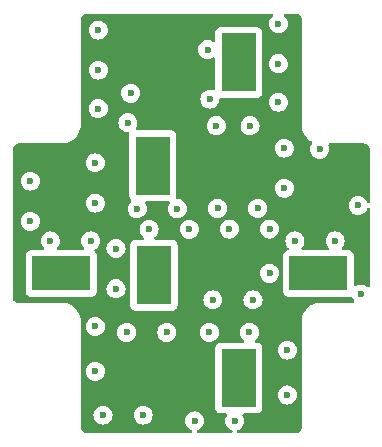
<source format=gbr>
%TF.GenerationSoftware,KiCad,Pcbnew,8.0.7*%
%TF.CreationDate,2025-04-11T02:04:02-04:00*%
%TF.ProjectId,2M_4F,324d5f34-462e-46b6-9963-61645f706362,rev?*%
%TF.SameCoordinates,Original*%
%TF.FileFunction,Copper,L4,Inr*%
%TF.FilePolarity,Positive*%
%FSLAX46Y46*%
G04 Gerber Fmt 4.6, Leading zero omitted, Abs format (unit mm)*
G04 Created by KiCad (PCBNEW 8.0.7) date 2025-04-11 02:04:02*
%MOMM*%
%LPD*%
G01*
G04 APERTURE LIST*
%TA.AperFunction,ComponentPad*%
%ADD10R,3.000000X5.000000*%
%TD*%
%TA.AperFunction,ComponentPad*%
%ADD11R,5.000000X3.000000*%
%TD*%
%TA.AperFunction,ViaPad*%
%ADD12C,0.600000*%
%TD*%
G04 APERTURE END LIST*
D10*
%TO.N,Net-(J1-Pin_1)*%
%TO.C,J1*%
X97207100Y-47653300D03*
D11*
%TO.N,GND*%
X102844600Y-47040800D03*
%TD*%
D10*
%TO.N,Net-(J1-Pin_1)*%
%TO.C,J4*%
X97112500Y-38375000D03*
D11*
%TO.N,GND*%
X102750000Y-37762500D03*
%TD*%
D10*
%TO.N,Net-(J1-Pin_1)*%
%TO.C,J6*%
X104387500Y-56362500D03*
D11*
%TO.N,GND*%
X97750000Y-55750000D03*
%TD*%
%TO.N,Net-(J1-Pin_1)*%
%TO.C,J3*%
X111137500Y-47512500D03*
D10*
%TO.N,GND*%
X111750000Y-40875000D03*
%TD*%
%TO.N,Net-(J1-Pin_1)*%
%TO.C,J5*%
X104387500Y-29637500D03*
D11*
%TO.N,GND*%
X97750000Y-29025000D03*
%TD*%
%TO.N,Net-(J1-Pin_1)*%
%TO.C,J2*%
X89362500Y-47512500D03*
D10*
%TO.N,GND*%
X89975000Y-40875000D03*
%TD*%
D12*
%TO.N,GND*%
X95100000Y-43775000D03*
X107000000Y-45800000D03*
X114750000Y-37250000D03*
X92250000Y-43250000D03*
X107750000Y-31450000D03*
X105300000Y-43750000D03*
X90150000Y-44750000D03*
X86750000Y-41400000D03*
X97500000Y-42025000D03*
X100000000Y-52500000D03*
X107000000Y-52500000D03*
X105750000Y-60000000D03*
X103600000Y-52500000D03*
X108500000Y-56100000D03*
X100250000Y-32750000D03*
X100900000Y-42000000D03*
X92500000Y-32000000D03*
X108250000Y-38600000D03*
X103900000Y-49750000D03*
X104300000Y-42000000D03*
X102350000Y-60000000D03*
X92250000Y-57500000D03*
X86750000Y-44750000D03*
X92250000Y-39850000D03*
X94600000Y-59500000D03*
X114250000Y-44750000D03*
X92500000Y-28600000D03*
X108500000Y-59500000D03*
X94100000Y-42025000D03*
X98000000Y-59500000D03*
X107750000Y-28050000D03*
X98500000Y-43775000D03*
X92500000Y-35250000D03*
X92250000Y-54100000D03*
X97500000Y-34750000D03*
X110850000Y-44750000D03*
X96600000Y-52500000D03*
X94000000Y-50500000D03*
X100250000Y-35000000D03*
X107750000Y-34700000D03*
X100500000Y-49750000D03*
X86750000Y-38000000D03*
X108250000Y-42000000D03*
X101900000Y-43750000D03*
X101750000Y-30250000D03*
X97750000Y-32500000D03*
X94000000Y-47100000D03*
%TO.N,Net-(J1-Pin_1)*%
X108250000Y-36900000D03*
X95800000Y-42025000D03*
X92900000Y-59500000D03*
X92250000Y-38150000D03*
X104050000Y-60000000D03*
X105600000Y-49750000D03*
X111250000Y-37000000D03*
X101750000Y-28550000D03*
X107000000Y-43750000D03*
X102500000Y-35000000D03*
X88450000Y-44750000D03*
X95250000Y-32250000D03*
X86750000Y-43100000D03*
X105350000Y-35000000D03*
X108500000Y-54000000D03*
X95000000Y-34750000D03*
X92500000Y-30300000D03*
X92250000Y-52000000D03*
X96300000Y-59500000D03*
X91850000Y-44750000D03*
X101900000Y-52500000D03*
X102600000Y-42000000D03*
X108500000Y-57800000D03*
X106000000Y-42000000D03*
X100650000Y-60000000D03*
X99200000Y-42025000D03*
X107750000Y-26350000D03*
X98300000Y-52500000D03*
X100200000Y-43775000D03*
X108250000Y-40300000D03*
X92500000Y-26900000D03*
X101950000Y-32750000D03*
X86750000Y-39700000D03*
X112550000Y-44750000D03*
X92250000Y-41550000D03*
X103600000Y-43750000D03*
X109150000Y-44750000D03*
X107000000Y-47500000D03*
X94000000Y-45400000D03*
X94000000Y-48800000D03*
X94900000Y-52500000D03*
X92250000Y-55800000D03*
X114750000Y-49250000D03*
X114500000Y-41750000D03*
X107750000Y-33000000D03*
X107750000Y-29750000D03*
X102200000Y-49750000D03*
X105300000Y-52500000D03*
X92500000Y-33550000D03*
X96800000Y-43775000D03*
%TD*%
%TA.AperFunction,Conductor*%
%TO.N,GND*%
G36*
X107235881Y-25520185D02*
G01*
X107281636Y-25572989D01*
X107291580Y-25642147D01*
X107262555Y-25705703D01*
X107252631Y-25715229D01*
X107252662Y-25715260D01*
X107120184Y-25847737D01*
X107024211Y-26000476D01*
X106964631Y-26170745D01*
X106964630Y-26170750D01*
X106944435Y-26349996D01*
X106944435Y-26350003D01*
X106964630Y-26529249D01*
X106964631Y-26529254D01*
X107024211Y-26699523D01*
X107074750Y-26779954D01*
X107120184Y-26852262D01*
X107247738Y-26979816D01*
X107400478Y-27075789D01*
X107440048Y-27089635D01*
X107570745Y-27135368D01*
X107570750Y-27135369D01*
X107749996Y-27155565D01*
X107750000Y-27155565D01*
X107750004Y-27155565D01*
X107929249Y-27135369D01*
X107929252Y-27135368D01*
X107929255Y-27135368D01*
X108099522Y-27075789D01*
X108252262Y-26979816D01*
X108379816Y-26852262D01*
X108475789Y-26699522D01*
X108535368Y-26529255D01*
X108535369Y-26529249D01*
X108555565Y-26350003D01*
X108555565Y-26349996D01*
X108535369Y-26170750D01*
X108535368Y-26170745D01*
X108515733Y-26114631D01*
X108475789Y-26000478D01*
X108379816Y-25847738D01*
X108252262Y-25720184D01*
X108247338Y-25715260D01*
X108248609Y-25713988D01*
X108213705Y-25664260D01*
X108210855Y-25594448D01*
X108246200Y-25534178D01*
X108308518Y-25502584D01*
X108331158Y-25500500D01*
X109184108Y-25500500D01*
X109243038Y-25500500D01*
X109256922Y-25501280D01*
X109347266Y-25511459D01*
X109374331Y-25517636D01*
X109453540Y-25545352D01*
X109478553Y-25557398D01*
X109549606Y-25602043D01*
X109571313Y-25619355D01*
X109630644Y-25678686D01*
X109647957Y-25700395D01*
X109692600Y-25771444D01*
X109704648Y-25796462D01*
X109732362Y-25875666D01*
X109738540Y-25902735D01*
X109748720Y-25993076D01*
X109749500Y-26006961D01*
X109749500Y-35107317D01*
X109780044Y-35319764D01*
X109780047Y-35319774D01*
X109840517Y-35525715D01*
X109929672Y-35720938D01*
X109929679Y-35720951D01*
X110045720Y-35901514D01*
X110186275Y-36063724D01*
X110310277Y-36171172D01*
X110348487Y-36204281D01*
X110451035Y-36270184D01*
X110529048Y-36320320D01*
X110529059Y-36320326D01*
X110557645Y-36333380D01*
X110610450Y-36379133D01*
X110630136Y-36446173D01*
X110611130Y-36512147D01*
X110524211Y-36650476D01*
X110464631Y-36820745D01*
X110464630Y-36820750D01*
X110444435Y-36999996D01*
X110444435Y-37000003D01*
X110464630Y-37179249D01*
X110464631Y-37179254D01*
X110524211Y-37349523D01*
X110571141Y-37424211D01*
X110620184Y-37502262D01*
X110747738Y-37629816D01*
X110900478Y-37725789D01*
X111070745Y-37785368D01*
X111070750Y-37785369D01*
X111249996Y-37805565D01*
X111250000Y-37805565D01*
X111250004Y-37805565D01*
X111429249Y-37785369D01*
X111429252Y-37785368D01*
X111429255Y-37785368D01*
X111599522Y-37725789D01*
X111752262Y-37629816D01*
X111879816Y-37502262D01*
X111975789Y-37349522D01*
X112035368Y-37179255D01*
X112035369Y-37179249D01*
X112055565Y-37000003D01*
X112055565Y-36999996D01*
X112035369Y-36820750D01*
X112035367Y-36820742D01*
X111981030Y-36665454D01*
X111977469Y-36595676D01*
X112012198Y-36535048D01*
X112074191Y-36502821D01*
X112098072Y-36500500D01*
X114934108Y-36500500D01*
X114993038Y-36500500D01*
X115006922Y-36501280D01*
X115097266Y-36511459D01*
X115124331Y-36517636D01*
X115203540Y-36545352D01*
X115228553Y-36557398D01*
X115299606Y-36602043D01*
X115321313Y-36619355D01*
X115380644Y-36678686D01*
X115397957Y-36700395D01*
X115442600Y-36771444D01*
X115454648Y-36796462D01*
X115482362Y-36875666D01*
X115488540Y-36902735D01*
X115498720Y-36993076D01*
X115499500Y-37006961D01*
X115499500Y-41452885D01*
X115479815Y-41519924D01*
X115427011Y-41565679D01*
X115357853Y-41575623D01*
X115294297Y-41546598D01*
X115258459Y-41493840D01*
X115225790Y-41400480D01*
X115225789Y-41400478D01*
X115129816Y-41247738D01*
X115002262Y-41120184D01*
X114997728Y-41117335D01*
X114849523Y-41024211D01*
X114679254Y-40964631D01*
X114679249Y-40964630D01*
X114500004Y-40944435D01*
X114499996Y-40944435D01*
X114320750Y-40964630D01*
X114320745Y-40964631D01*
X114150476Y-41024211D01*
X113997737Y-41120184D01*
X113870184Y-41247737D01*
X113774211Y-41400476D01*
X113714631Y-41570745D01*
X113714630Y-41570750D01*
X113694435Y-41749996D01*
X113694435Y-41750003D01*
X113714630Y-41929249D01*
X113714631Y-41929254D01*
X113774211Y-42099523D01*
X113840019Y-42204255D01*
X113870184Y-42252262D01*
X113997738Y-42379816D01*
X114088080Y-42436582D01*
X114141557Y-42470184D01*
X114150478Y-42475789D01*
X114297579Y-42527262D01*
X114320745Y-42535368D01*
X114320750Y-42535369D01*
X114499996Y-42555565D01*
X114500000Y-42555565D01*
X114500004Y-42555565D01*
X114679249Y-42535369D01*
X114679252Y-42535368D01*
X114679255Y-42535368D01*
X114849522Y-42475789D01*
X115002262Y-42379816D01*
X115129816Y-42252262D01*
X115225789Y-42099522D01*
X115258458Y-42006160D01*
X115299180Y-41949383D01*
X115364133Y-41923636D01*
X115432694Y-41937092D01*
X115483097Y-41985479D01*
X115499500Y-42047114D01*
X115499500Y-48568060D01*
X115479815Y-48635099D01*
X115427011Y-48680854D01*
X115357853Y-48690798D01*
X115294297Y-48661773D01*
X115287819Y-48655741D01*
X115252262Y-48620184D01*
X115099523Y-48524211D01*
X114929254Y-48464631D01*
X114929249Y-48464630D01*
X114750004Y-48444435D01*
X114749996Y-48444435D01*
X114570750Y-48464630D01*
X114570745Y-48464631D01*
X114400476Y-48524211D01*
X114327971Y-48569770D01*
X114260734Y-48588770D01*
X114193899Y-48568402D01*
X114148685Y-48515134D01*
X114137999Y-48464776D01*
X114137999Y-45964629D01*
X114137998Y-45964623D01*
X114137997Y-45964616D01*
X114131591Y-45905017D01*
X114130563Y-45902262D01*
X114081297Y-45770171D01*
X114081293Y-45770164D01*
X113995047Y-45654955D01*
X113995044Y-45654952D01*
X113879835Y-45568706D01*
X113879828Y-45568702D01*
X113744982Y-45518408D01*
X113744983Y-45518408D01*
X113685383Y-45512001D01*
X113685381Y-45512000D01*
X113685373Y-45512000D01*
X113685365Y-45512000D01*
X113219440Y-45512000D01*
X113152401Y-45492315D01*
X113106646Y-45439511D01*
X113096702Y-45370353D01*
X113125727Y-45306797D01*
X113131759Y-45300319D01*
X113179816Y-45252262D01*
X113275789Y-45099522D01*
X113335368Y-44929255D01*
X113337428Y-44910971D01*
X113355565Y-44750003D01*
X113355565Y-44749996D01*
X113335369Y-44570750D01*
X113335368Y-44570745D01*
X113310889Y-44500788D01*
X113275789Y-44400478D01*
X113179816Y-44247738D01*
X113052262Y-44120184D01*
X113019379Y-44099522D01*
X112899523Y-44024211D01*
X112729254Y-43964631D01*
X112729249Y-43964630D01*
X112550004Y-43944435D01*
X112549996Y-43944435D01*
X112370750Y-43964630D01*
X112370745Y-43964631D01*
X112200476Y-44024211D01*
X112047737Y-44120184D01*
X111920184Y-44247737D01*
X111824211Y-44400476D01*
X111764631Y-44570745D01*
X111764630Y-44570750D01*
X111744435Y-44749996D01*
X111744435Y-44750003D01*
X111764630Y-44929249D01*
X111764631Y-44929254D01*
X111824211Y-45099523D01*
X111920184Y-45252262D01*
X111968241Y-45300319D01*
X112001726Y-45361642D01*
X111996742Y-45431334D01*
X111954870Y-45487267D01*
X111889406Y-45511684D01*
X111880560Y-45512000D01*
X109819440Y-45512000D01*
X109752401Y-45492315D01*
X109706646Y-45439511D01*
X109696702Y-45370353D01*
X109725727Y-45306797D01*
X109731759Y-45300319D01*
X109779816Y-45252262D01*
X109875789Y-45099522D01*
X109935368Y-44929255D01*
X109937428Y-44910971D01*
X109955565Y-44750003D01*
X109955565Y-44749996D01*
X109935369Y-44570750D01*
X109935368Y-44570745D01*
X109910889Y-44500788D01*
X109875789Y-44400478D01*
X109779816Y-44247738D01*
X109652262Y-44120184D01*
X109619379Y-44099522D01*
X109499523Y-44024211D01*
X109329254Y-43964631D01*
X109329249Y-43964630D01*
X109150004Y-43944435D01*
X109149996Y-43944435D01*
X108970750Y-43964630D01*
X108970745Y-43964631D01*
X108800476Y-44024211D01*
X108647737Y-44120184D01*
X108520184Y-44247737D01*
X108424211Y-44400476D01*
X108364631Y-44570745D01*
X108364630Y-44570750D01*
X108344435Y-44749996D01*
X108344435Y-44750003D01*
X108364630Y-44929249D01*
X108364631Y-44929254D01*
X108424211Y-45099523D01*
X108520184Y-45252262D01*
X108580266Y-45312344D01*
X108613751Y-45373667D01*
X108608767Y-45443359D01*
X108566895Y-45499292D01*
X108535918Y-45516207D01*
X108395171Y-45568702D01*
X108395164Y-45568706D01*
X108279955Y-45654952D01*
X108279952Y-45654955D01*
X108193706Y-45770164D01*
X108193702Y-45770171D01*
X108143408Y-45905017D01*
X108137001Y-45964616D01*
X108137001Y-45964623D01*
X108137000Y-45964635D01*
X108137000Y-49060370D01*
X108137001Y-49060376D01*
X108143408Y-49119983D01*
X108193702Y-49254828D01*
X108193706Y-49254835D01*
X108279952Y-49370044D01*
X108279955Y-49370047D01*
X108395164Y-49456293D01*
X108395171Y-49456297D01*
X108530017Y-49506591D01*
X108530016Y-49506591D01*
X108536944Y-49507335D01*
X108589627Y-49513000D01*
X113685372Y-49512999D01*
X113744983Y-49506591D01*
X113844635Y-49469422D01*
X113914326Y-49464439D01*
X113975649Y-49497924D01*
X114005009Y-49544650D01*
X114024208Y-49599519D01*
X114120184Y-49752262D01*
X114155741Y-49787819D01*
X114189226Y-49849142D01*
X114184242Y-49918834D01*
X114142370Y-49974767D01*
X114076906Y-49999184D01*
X114068060Y-49999500D01*
X111142682Y-49999500D01*
X110930235Y-50030044D01*
X110930225Y-50030047D01*
X110724284Y-50090517D01*
X110529061Y-50179672D01*
X110529048Y-50179679D01*
X110348485Y-50295720D01*
X110186275Y-50436275D01*
X110045720Y-50598485D01*
X109929679Y-50779048D01*
X109929672Y-50779061D01*
X109840517Y-50974284D01*
X109780047Y-51180225D01*
X109780044Y-51180235D01*
X109749500Y-51392682D01*
X109749500Y-60493038D01*
X109748720Y-60506923D01*
X109738540Y-60597264D01*
X109732362Y-60624333D01*
X109704648Y-60703537D01*
X109692600Y-60728555D01*
X109647957Y-60799604D01*
X109630644Y-60821313D01*
X109571313Y-60880644D01*
X109549604Y-60897957D01*
X109478555Y-60942600D01*
X109453537Y-60954648D01*
X109374333Y-60982362D01*
X109347264Y-60988540D01*
X109267075Y-60997576D01*
X109256921Y-60998720D01*
X109243038Y-60999500D01*
X104347114Y-60999500D01*
X104280075Y-60979815D01*
X104234320Y-60927011D01*
X104224376Y-60857853D01*
X104253401Y-60794297D01*
X104306160Y-60758458D01*
X104342531Y-60745730D01*
X104399522Y-60725789D01*
X104552262Y-60629816D01*
X104679816Y-60502262D01*
X104775789Y-60349522D01*
X104835368Y-60179255D01*
X104835369Y-60179249D01*
X104855565Y-60000003D01*
X104855565Y-59999996D01*
X104835369Y-59820750D01*
X104835368Y-59820745D01*
X104775789Y-59650478D01*
X104714520Y-59552970D01*
X104695521Y-59485735D01*
X104715888Y-59418899D01*
X104769156Y-59373685D01*
X104819515Y-59362999D01*
X105935371Y-59362999D01*
X105935372Y-59362999D01*
X105994983Y-59356591D01*
X106129831Y-59306296D01*
X106245046Y-59220046D01*
X106331296Y-59104831D01*
X106381591Y-58969983D01*
X106388000Y-58910373D01*
X106388000Y-57799996D01*
X107694435Y-57799996D01*
X107694435Y-57800003D01*
X107714630Y-57979249D01*
X107714631Y-57979254D01*
X107774211Y-58149523D01*
X107870184Y-58302262D01*
X107997738Y-58429816D01*
X108150478Y-58525789D01*
X108320745Y-58585368D01*
X108320750Y-58585369D01*
X108499996Y-58605565D01*
X108500000Y-58605565D01*
X108500004Y-58605565D01*
X108679249Y-58585369D01*
X108679252Y-58585368D01*
X108679255Y-58585368D01*
X108849522Y-58525789D01*
X109002262Y-58429816D01*
X109129816Y-58302262D01*
X109225789Y-58149522D01*
X109285368Y-57979255D01*
X109305565Y-57800000D01*
X109285368Y-57620745D01*
X109225789Y-57450478D01*
X109129816Y-57297738D01*
X109002262Y-57170184D01*
X108849523Y-57074211D01*
X108679254Y-57014631D01*
X108679249Y-57014630D01*
X108500004Y-56994435D01*
X108499996Y-56994435D01*
X108320750Y-57014630D01*
X108320745Y-57014631D01*
X108150476Y-57074211D01*
X107997737Y-57170184D01*
X107870184Y-57297737D01*
X107774211Y-57450476D01*
X107714631Y-57620745D01*
X107714630Y-57620750D01*
X107694435Y-57799996D01*
X106388000Y-57799996D01*
X106387999Y-53999996D01*
X107694435Y-53999996D01*
X107694435Y-54000003D01*
X107714630Y-54179249D01*
X107714631Y-54179254D01*
X107774211Y-54349523D01*
X107870184Y-54502262D01*
X107997738Y-54629816D01*
X108150478Y-54725789D01*
X108320745Y-54785368D01*
X108320750Y-54785369D01*
X108499996Y-54805565D01*
X108500000Y-54805565D01*
X108500004Y-54805565D01*
X108679249Y-54785369D01*
X108679252Y-54785368D01*
X108679255Y-54785368D01*
X108849522Y-54725789D01*
X109002262Y-54629816D01*
X109129816Y-54502262D01*
X109225789Y-54349522D01*
X109285368Y-54179255D01*
X109305565Y-54000000D01*
X109285368Y-53820745D01*
X109225789Y-53650478D01*
X109206741Y-53620164D01*
X109186582Y-53588080D01*
X109129816Y-53497738D01*
X109002262Y-53370184D01*
X108957909Y-53342315D01*
X108849523Y-53274211D01*
X108679254Y-53214631D01*
X108679249Y-53214630D01*
X108500004Y-53194435D01*
X108499996Y-53194435D01*
X108320750Y-53214630D01*
X108320745Y-53214631D01*
X108150476Y-53274211D01*
X107997737Y-53370184D01*
X107870184Y-53497737D01*
X107774211Y-53650476D01*
X107714631Y-53820745D01*
X107714630Y-53820750D01*
X107694435Y-53999996D01*
X106387999Y-53999996D01*
X106387999Y-53814628D01*
X106381591Y-53755017D01*
X106331296Y-53620169D01*
X106331295Y-53620168D01*
X106331293Y-53620164D01*
X106245047Y-53504955D01*
X106245044Y-53504952D01*
X106129835Y-53418706D01*
X106129828Y-53418702D01*
X105994982Y-53368408D01*
X105994983Y-53368408D01*
X105935383Y-53362001D01*
X105935381Y-53362000D01*
X105935373Y-53362000D01*
X105935365Y-53362000D01*
X105863156Y-53362000D01*
X105796117Y-53342315D01*
X105750362Y-53289511D01*
X105740418Y-53220353D01*
X105769443Y-53156797D01*
X105797183Y-53133007D01*
X105802262Y-53129816D01*
X105929816Y-53002262D01*
X106025789Y-52849522D01*
X106085368Y-52679255D01*
X106085369Y-52679249D01*
X106105565Y-52500003D01*
X106105565Y-52499996D01*
X106085369Y-52320750D01*
X106085368Y-52320745D01*
X106025789Y-52150478D01*
X105929816Y-51997738D01*
X105802262Y-51870184D01*
X105649523Y-51774211D01*
X105479254Y-51714631D01*
X105479249Y-51714630D01*
X105300004Y-51694435D01*
X105299996Y-51694435D01*
X105120750Y-51714630D01*
X105120745Y-51714631D01*
X104950476Y-51774211D01*
X104797737Y-51870184D01*
X104670184Y-51997737D01*
X104574211Y-52150476D01*
X104514631Y-52320745D01*
X104514630Y-52320750D01*
X104494435Y-52499996D01*
X104494435Y-52500003D01*
X104514630Y-52679249D01*
X104514631Y-52679254D01*
X104574211Y-52849523D01*
X104670184Y-53002262D01*
X104797737Y-53129815D01*
X104797740Y-53129817D01*
X104802816Y-53133007D01*
X104849107Y-53185342D01*
X104859754Y-53254396D01*
X104831378Y-53318244D01*
X104772988Y-53356615D01*
X104736843Y-53362000D01*
X102839629Y-53362000D01*
X102839623Y-53362001D01*
X102780016Y-53368408D01*
X102645171Y-53418702D01*
X102645164Y-53418706D01*
X102529955Y-53504952D01*
X102529952Y-53504955D01*
X102443706Y-53620164D01*
X102443702Y-53620171D01*
X102393408Y-53755017D01*
X102387001Y-53814616D01*
X102387001Y-53814623D01*
X102387000Y-53814635D01*
X102387000Y-58910370D01*
X102387001Y-58910376D01*
X102393408Y-58969983D01*
X102443702Y-59104828D01*
X102443706Y-59104835D01*
X102529952Y-59220044D01*
X102529955Y-59220047D01*
X102645164Y-59306293D01*
X102645171Y-59306297D01*
X102683909Y-59320745D01*
X102780017Y-59356591D01*
X102839627Y-59363000D01*
X103280485Y-59362999D01*
X103347523Y-59382683D01*
X103393278Y-59435487D01*
X103403222Y-59504646D01*
X103385478Y-59552971D01*
X103324211Y-59650476D01*
X103264631Y-59820745D01*
X103264630Y-59820750D01*
X103244435Y-59999996D01*
X103244435Y-60000003D01*
X103264630Y-60179249D01*
X103264631Y-60179254D01*
X103324211Y-60349523D01*
X103377360Y-60434108D01*
X103420184Y-60502262D01*
X103547738Y-60629816D01*
X103665064Y-60703537D01*
X103700478Y-60725789D01*
X103793840Y-60758458D01*
X103850617Y-60799180D01*
X103876364Y-60864133D01*
X103862908Y-60932694D01*
X103814521Y-60983097D01*
X103752886Y-60999500D01*
X100947114Y-60999500D01*
X100880075Y-60979815D01*
X100834320Y-60927011D01*
X100824376Y-60857853D01*
X100853401Y-60794297D01*
X100906160Y-60758458D01*
X100942531Y-60745730D01*
X100999522Y-60725789D01*
X101152262Y-60629816D01*
X101279816Y-60502262D01*
X101375789Y-60349522D01*
X101435368Y-60179255D01*
X101435369Y-60179249D01*
X101455565Y-60000003D01*
X101455565Y-59999996D01*
X101435369Y-59820750D01*
X101435368Y-59820745D01*
X101375789Y-59650478D01*
X101279816Y-59497738D01*
X101152262Y-59370184D01*
X101130626Y-59356589D01*
X100999523Y-59274211D01*
X100829254Y-59214631D01*
X100829249Y-59214630D01*
X100650004Y-59194435D01*
X100649996Y-59194435D01*
X100470750Y-59214630D01*
X100470745Y-59214631D01*
X100300476Y-59274211D01*
X100147737Y-59370184D01*
X100020184Y-59497737D01*
X99924211Y-59650476D01*
X99864631Y-59820745D01*
X99864630Y-59820750D01*
X99844435Y-59999996D01*
X99844435Y-60000003D01*
X99864630Y-60179249D01*
X99864631Y-60179254D01*
X99924211Y-60349523D01*
X99977360Y-60434108D01*
X100020184Y-60502262D01*
X100147738Y-60629816D01*
X100265064Y-60703537D01*
X100300478Y-60725789D01*
X100393840Y-60758458D01*
X100450617Y-60799180D01*
X100476364Y-60864133D01*
X100462908Y-60932694D01*
X100414521Y-60983097D01*
X100352886Y-60999500D01*
X91506962Y-60999500D01*
X91493078Y-60998720D01*
X91480553Y-60997308D01*
X91402735Y-60988540D01*
X91375666Y-60982362D01*
X91296462Y-60954648D01*
X91271444Y-60942600D01*
X91200395Y-60897957D01*
X91178686Y-60880644D01*
X91119355Y-60821313D01*
X91102042Y-60799604D01*
X91098707Y-60794297D01*
X91057398Y-60728553D01*
X91045351Y-60703537D01*
X91017637Y-60624333D01*
X91011459Y-60597263D01*
X91001280Y-60506922D01*
X91000500Y-60493038D01*
X91000500Y-59499996D01*
X92094435Y-59499996D01*
X92094435Y-59500003D01*
X92114630Y-59679249D01*
X92114631Y-59679254D01*
X92174211Y-59849523D01*
X92268760Y-59999996D01*
X92270184Y-60002262D01*
X92397738Y-60129816D01*
X92550478Y-60225789D01*
X92720745Y-60285368D01*
X92720750Y-60285369D01*
X92899996Y-60305565D01*
X92900000Y-60305565D01*
X92900004Y-60305565D01*
X93079249Y-60285369D01*
X93079252Y-60285368D01*
X93079255Y-60285368D01*
X93249522Y-60225789D01*
X93402262Y-60129816D01*
X93529816Y-60002262D01*
X93625789Y-59849522D01*
X93685368Y-59679255D01*
X93685369Y-59679249D01*
X93705565Y-59500003D01*
X93705565Y-59499996D01*
X95494435Y-59499996D01*
X95494435Y-59500003D01*
X95514630Y-59679249D01*
X95514631Y-59679254D01*
X95574211Y-59849523D01*
X95668760Y-59999996D01*
X95670184Y-60002262D01*
X95797738Y-60129816D01*
X95950478Y-60225789D01*
X96120745Y-60285368D01*
X96120750Y-60285369D01*
X96299996Y-60305565D01*
X96300000Y-60305565D01*
X96300004Y-60305565D01*
X96479249Y-60285369D01*
X96479252Y-60285368D01*
X96479255Y-60285368D01*
X96649522Y-60225789D01*
X96802262Y-60129816D01*
X96929816Y-60002262D01*
X97025789Y-59849522D01*
X97085368Y-59679255D01*
X97085369Y-59679249D01*
X97105565Y-59500003D01*
X97105565Y-59499996D01*
X97085369Y-59320750D01*
X97085368Y-59320745D01*
X97025788Y-59150476D01*
X96929815Y-58997737D01*
X96802262Y-58870184D01*
X96649523Y-58774211D01*
X96479254Y-58714631D01*
X96479249Y-58714630D01*
X96300004Y-58694435D01*
X96299996Y-58694435D01*
X96120750Y-58714630D01*
X96120745Y-58714631D01*
X95950476Y-58774211D01*
X95797737Y-58870184D01*
X95670184Y-58997737D01*
X95574211Y-59150476D01*
X95514631Y-59320745D01*
X95514630Y-59320750D01*
X95494435Y-59499996D01*
X93705565Y-59499996D01*
X93685369Y-59320750D01*
X93685368Y-59320745D01*
X93625788Y-59150476D01*
X93529815Y-58997737D01*
X93402262Y-58870184D01*
X93249523Y-58774211D01*
X93079254Y-58714631D01*
X93079249Y-58714630D01*
X92900004Y-58694435D01*
X92899996Y-58694435D01*
X92720750Y-58714630D01*
X92720745Y-58714631D01*
X92550476Y-58774211D01*
X92397737Y-58870184D01*
X92270184Y-58997737D01*
X92174211Y-59150476D01*
X92114631Y-59320745D01*
X92114630Y-59320750D01*
X92094435Y-59499996D01*
X91000500Y-59499996D01*
X91000500Y-55799996D01*
X91444435Y-55799996D01*
X91444435Y-55800003D01*
X91464630Y-55979249D01*
X91464631Y-55979254D01*
X91524211Y-56149523D01*
X91620184Y-56302262D01*
X91747738Y-56429816D01*
X91900478Y-56525789D01*
X92070745Y-56585368D01*
X92070750Y-56585369D01*
X92249996Y-56605565D01*
X92250000Y-56605565D01*
X92250004Y-56605565D01*
X92429249Y-56585369D01*
X92429252Y-56585368D01*
X92429255Y-56585368D01*
X92599522Y-56525789D01*
X92752262Y-56429816D01*
X92879816Y-56302262D01*
X92975789Y-56149522D01*
X93035368Y-55979255D01*
X93055565Y-55800000D01*
X93035368Y-55620745D01*
X92975789Y-55450478D01*
X92879816Y-55297738D01*
X92752262Y-55170184D01*
X92599523Y-55074211D01*
X92429254Y-55014631D01*
X92429249Y-55014630D01*
X92250004Y-54994435D01*
X92249996Y-54994435D01*
X92070750Y-55014630D01*
X92070745Y-55014631D01*
X91900476Y-55074211D01*
X91747737Y-55170184D01*
X91620184Y-55297737D01*
X91524211Y-55450476D01*
X91464631Y-55620745D01*
X91464630Y-55620750D01*
X91444435Y-55799996D01*
X91000500Y-55799996D01*
X91000500Y-51999996D01*
X91444435Y-51999996D01*
X91444435Y-52000003D01*
X91464630Y-52179249D01*
X91464631Y-52179254D01*
X91524211Y-52349523D01*
X91618760Y-52499996D01*
X91620184Y-52502262D01*
X91747738Y-52629816D01*
X91900478Y-52725789D01*
X92070745Y-52785368D01*
X92070750Y-52785369D01*
X92249996Y-52805565D01*
X92250000Y-52805565D01*
X92250004Y-52805565D01*
X92429249Y-52785369D01*
X92429252Y-52785368D01*
X92429255Y-52785368D01*
X92599522Y-52725789D01*
X92752262Y-52629816D01*
X92879816Y-52502262D01*
X92881240Y-52499996D01*
X94094435Y-52499996D01*
X94094435Y-52500003D01*
X94114630Y-52679249D01*
X94114631Y-52679254D01*
X94174211Y-52849523D01*
X94270184Y-53002262D01*
X94397738Y-53129816D01*
X94440678Y-53156797D01*
X94541826Y-53220353D01*
X94550478Y-53225789D01*
X94688860Y-53274211D01*
X94720745Y-53285368D01*
X94720750Y-53285369D01*
X94899996Y-53305565D01*
X94900000Y-53305565D01*
X94900004Y-53305565D01*
X95079249Y-53285369D01*
X95079252Y-53285368D01*
X95079255Y-53285368D01*
X95249522Y-53225789D01*
X95402262Y-53129816D01*
X95529816Y-53002262D01*
X95625789Y-52849522D01*
X95685368Y-52679255D01*
X95685369Y-52679249D01*
X95705565Y-52500003D01*
X95705565Y-52499996D01*
X97494435Y-52499996D01*
X97494435Y-52500003D01*
X97514630Y-52679249D01*
X97514631Y-52679254D01*
X97574211Y-52849523D01*
X97670184Y-53002262D01*
X97797738Y-53129816D01*
X97840678Y-53156797D01*
X97941826Y-53220353D01*
X97950478Y-53225789D01*
X98088860Y-53274211D01*
X98120745Y-53285368D01*
X98120750Y-53285369D01*
X98299996Y-53305565D01*
X98300000Y-53305565D01*
X98300004Y-53305565D01*
X98479249Y-53285369D01*
X98479252Y-53285368D01*
X98479255Y-53285368D01*
X98649522Y-53225789D01*
X98802262Y-53129816D01*
X98929816Y-53002262D01*
X99025789Y-52849522D01*
X99085368Y-52679255D01*
X99085369Y-52679249D01*
X99105565Y-52500003D01*
X99105565Y-52499996D01*
X101094435Y-52499996D01*
X101094435Y-52500003D01*
X101114630Y-52679249D01*
X101114631Y-52679254D01*
X101174211Y-52849523D01*
X101270184Y-53002262D01*
X101397738Y-53129816D01*
X101440678Y-53156797D01*
X101541826Y-53220353D01*
X101550478Y-53225789D01*
X101688860Y-53274211D01*
X101720745Y-53285368D01*
X101720750Y-53285369D01*
X101899996Y-53305565D01*
X101900000Y-53305565D01*
X101900004Y-53305565D01*
X102079249Y-53285369D01*
X102079252Y-53285368D01*
X102079255Y-53285368D01*
X102249522Y-53225789D01*
X102402262Y-53129816D01*
X102529816Y-53002262D01*
X102625789Y-52849522D01*
X102685368Y-52679255D01*
X102685369Y-52679249D01*
X102705565Y-52500003D01*
X102705565Y-52499996D01*
X102685369Y-52320750D01*
X102685368Y-52320745D01*
X102625789Y-52150478D01*
X102529816Y-51997738D01*
X102402262Y-51870184D01*
X102249523Y-51774211D01*
X102079254Y-51714631D01*
X102079249Y-51714630D01*
X101900004Y-51694435D01*
X101899996Y-51694435D01*
X101720750Y-51714630D01*
X101720745Y-51714631D01*
X101550476Y-51774211D01*
X101397737Y-51870184D01*
X101270184Y-51997737D01*
X101174211Y-52150476D01*
X101114631Y-52320745D01*
X101114630Y-52320750D01*
X101094435Y-52499996D01*
X99105565Y-52499996D01*
X99085369Y-52320750D01*
X99085368Y-52320745D01*
X99025789Y-52150478D01*
X98929816Y-51997738D01*
X98802262Y-51870184D01*
X98649523Y-51774211D01*
X98479254Y-51714631D01*
X98479249Y-51714630D01*
X98300004Y-51694435D01*
X98299996Y-51694435D01*
X98120750Y-51714630D01*
X98120745Y-51714631D01*
X97950476Y-51774211D01*
X97797737Y-51870184D01*
X97670184Y-51997737D01*
X97574211Y-52150476D01*
X97514631Y-52320745D01*
X97514630Y-52320750D01*
X97494435Y-52499996D01*
X95705565Y-52499996D01*
X95685369Y-52320750D01*
X95685368Y-52320745D01*
X95625789Y-52150478D01*
X95529816Y-51997738D01*
X95402262Y-51870184D01*
X95249523Y-51774211D01*
X95079254Y-51714631D01*
X95079249Y-51714630D01*
X94900004Y-51694435D01*
X94899996Y-51694435D01*
X94720750Y-51714630D01*
X94720745Y-51714631D01*
X94550476Y-51774211D01*
X94397737Y-51870184D01*
X94270184Y-51997737D01*
X94174211Y-52150476D01*
X94114631Y-52320745D01*
X94114630Y-52320750D01*
X94094435Y-52499996D01*
X92881240Y-52499996D01*
X92975789Y-52349522D01*
X93035368Y-52179255D01*
X93035369Y-52179249D01*
X93055565Y-52000003D01*
X93055565Y-51999996D01*
X93035369Y-51820750D01*
X93035368Y-51820745D01*
X92975788Y-51650476D01*
X92879815Y-51497737D01*
X92752262Y-51370184D01*
X92599523Y-51274211D01*
X92429254Y-51214631D01*
X92429249Y-51214630D01*
X92250004Y-51194435D01*
X92249996Y-51194435D01*
X92070750Y-51214630D01*
X92070745Y-51214631D01*
X91900476Y-51274211D01*
X91747737Y-51370184D01*
X91620184Y-51497737D01*
X91524211Y-51650476D01*
X91464631Y-51820745D01*
X91464630Y-51820750D01*
X91444435Y-51999996D01*
X91000500Y-51999996D01*
X91000500Y-51392683D01*
X91000500Y-51392682D01*
X90974900Y-51214630D01*
X90969955Y-51180235D01*
X90969952Y-51180225D01*
X90931705Y-51049966D01*
X90909484Y-50974290D01*
X90909483Y-50974288D01*
X90909482Y-50974284D01*
X90820327Y-50779061D01*
X90820320Y-50779048D01*
X90739828Y-50653800D01*
X90704281Y-50598487D01*
X90649588Y-50535368D01*
X90563724Y-50436275D01*
X90401514Y-50295720D01*
X90401513Y-50295719D01*
X90333892Y-50252262D01*
X90220951Y-50179679D01*
X90220938Y-50179672D01*
X90025715Y-50090517D01*
X89819774Y-50030047D01*
X89819764Y-50030044D01*
X89628754Y-50002582D01*
X89607318Y-49999500D01*
X89607317Y-49999500D01*
X85756962Y-49999500D01*
X85743078Y-49998720D01*
X85730553Y-49997308D01*
X85652735Y-49988540D01*
X85625666Y-49982362D01*
X85546462Y-49954648D01*
X85521444Y-49942600D01*
X85450395Y-49897957D01*
X85428686Y-49880644D01*
X85369355Y-49821313D01*
X85352042Y-49799604D01*
X85320871Y-49749996D01*
X85307398Y-49728553D01*
X85295351Y-49703537D01*
X85267637Y-49624333D01*
X85261459Y-49597263D01*
X85251280Y-49506922D01*
X85250500Y-49493038D01*
X85250500Y-45964635D01*
X86362000Y-45964635D01*
X86362000Y-49060370D01*
X86362001Y-49060376D01*
X86368408Y-49119983D01*
X86418702Y-49254828D01*
X86418706Y-49254835D01*
X86504952Y-49370044D01*
X86504955Y-49370047D01*
X86620164Y-49456293D01*
X86620171Y-49456297D01*
X86755017Y-49506591D01*
X86755016Y-49506591D01*
X86761944Y-49507335D01*
X86814627Y-49513000D01*
X91910372Y-49512999D01*
X91969983Y-49506591D01*
X92104831Y-49456296D01*
X92220046Y-49370046D01*
X92306296Y-49254831D01*
X92356591Y-49119983D01*
X92363000Y-49060373D01*
X92363000Y-48799996D01*
X93194435Y-48799996D01*
X93194435Y-48800003D01*
X93214630Y-48979249D01*
X93214631Y-48979254D01*
X93274211Y-49149523D01*
X93370184Y-49302262D01*
X93497738Y-49429816D01*
X93552840Y-49464439D01*
X93619924Y-49506591D01*
X93650478Y-49525789D01*
X93704380Y-49544650D01*
X93820745Y-49585368D01*
X93820750Y-49585369D01*
X93999996Y-49605565D01*
X94000000Y-49605565D01*
X94000004Y-49605565D01*
X94179249Y-49585369D01*
X94179252Y-49585368D01*
X94179255Y-49585368D01*
X94349522Y-49525789D01*
X94502262Y-49429816D01*
X94629816Y-49302262D01*
X94725789Y-49149522D01*
X94785368Y-48979255D01*
X94787016Y-48964630D01*
X94805565Y-48800003D01*
X94805565Y-48799996D01*
X94785369Y-48620750D01*
X94785368Y-48620745D01*
X94730792Y-48464776D01*
X94725789Y-48450478D01*
X94629816Y-48297738D01*
X94502262Y-48170184D01*
X94438017Y-48129816D01*
X94349523Y-48074211D01*
X94179254Y-48014631D01*
X94179249Y-48014630D01*
X94000004Y-47994435D01*
X93999996Y-47994435D01*
X93820750Y-48014630D01*
X93820745Y-48014631D01*
X93650476Y-48074211D01*
X93497737Y-48170184D01*
X93370184Y-48297737D01*
X93274211Y-48450476D01*
X93214631Y-48620745D01*
X93214630Y-48620750D01*
X93194435Y-48799996D01*
X92363000Y-48799996D01*
X92362999Y-45964628D01*
X92356591Y-45905017D01*
X92355563Y-45902262D01*
X92306297Y-45770171D01*
X92306293Y-45770164D01*
X92220047Y-45654955D01*
X92213775Y-45648683D01*
X92215946Y-45646511D01*
X92183227Y-45602800D01*
X92178246Y-45533108D01*
X92211733Y-45471786D01*
X92233435Y-45454479D01*
X92320145Y-45399996D01*
X93194435Y-45399996D01*
X93194435Y-45400003D01*
X93214630Y-45579249D01*
X93214631Y-45579254D01*
X93274211Y-45749523D01*
X93370184Y-45902262D01*
X93497738Y-46029816D01*
X93650478Y-46125789D01*
X93820745Y-46185368D01*
X93820750Y-46185369D01*
X93999996Y-46205565D01*
X94000000Y-46205565D01*
X94000004Y-46205565D01*
X94179249Y-46185369D01*
X94179252Y-46185368D01*
X94179255Y-46185368D01*
X94349522Y-46125789D01*
X94502262Y-46029816D01*
X94629816Y-45902262D01*
X94725789Y-45749522D01*
X94785368Y-45579255D01*
X94786557Y-45568702D01*
X94805565Y-45400003D01*
X94805565Y-45399996D01*
X94785369Y-45220750D01*
X94785368Y-45220745D01*
X94745019Y-45105435D01*
X95206600Y-45105435D01*
X95206600Y-50201170D01*
X95206601Y-50201176D01*
X95213008Y-50260783D01*
X95263302Y-50395628D01*
X95263306Y-50395635D01*
X95349552Y-50510844D01*
X95349555Y-50510847D01*
X95464764Y-50597093D01*
X95464771Y-50597097D01*
X95599617Y-50647391D01*
X95599616Y-50647391D01*
X95606544Y-50648135D01*
X95659227Y-50653800D01*
X98754972Y-50653799D01*
X98814583Y-50647391D01*
X98949431Y-50597096D01*
X99064646Y-50510846D01*
X99150896Y-50395631D01*
X99201191Y-50260783D01*
X99207600Y-50201173D01*
X99207600Y-49749996D01*
X101394435Y-49749996D01*
X101394435Y-49750003D01*
X101414630Y-49929249D01*
X101414631Y-49929254D01*
X101474211Y-50099523D01*
X101538089Y-50201183D01*
X101570184Y-50252262D01*
X101697738Y-50379816D01*
X101850478Y-50475789D01*
X101950668Y-50510847D01*
X102020745Y-50535368D01*
X102020750Y-50535369D01*
X102199996Y-50555565D01*
X102200000Y-50555565D01*
X102200004Y-50555565D01*
X102379249Y-50535369D01*
X102379252Y-50535368D01*
X102379255Y-50535368D01*
X102549522Y-50475789D01*
X102702262Y-50379816D01*
X102829816Y-50252262D01*
X102925789Y-50099522D01*
X102985368Y-49929255D01*
X102986542Y-49918834D01*
X103005565Y-49750003D01*
X103005565Y-49749996D01*
X104794435Y-49749996D01*
X104794435Y-49750003D01*
X104814630Y-49929249D01*
X104814631Y-49929254D01*
X104874211Y-50099523D01*
X104938089Y-50201183D01*
X104970184Y-50252262D01*
X105097738Y-50379816D01*
X105250478Y-50475789D01*
X105350668Y-50510847D01*
X105420745Y-50535368D01*
X105420750Y-50535369D01*
X105599996Y-50555565D01*
X105600000Y-50555565D01*
X105600004Y-50555565D01*
X105779249Y-50535369D01*
X105779252Y-50535368D01*
X105779255Y-50535368D01*
X105949522Y-50475789D01*
X106102262Y-50379816D01*
X106229816Y-50252262D01*
X106325789Y-50099522D01*
X106385368Y-49929255D01*
X106386542Y-49918834D01*
X106405565Y-49750003D01*
X106405565Y-49749996D01*
X106385369Y-49570750D01*
X106385368Y-49570745D01*
X106363035Y-49506922D01*
X106325789Y-49400478D01*
X106229816Y-49247738D01*
X106102262Y-49120184D01*
X106101941Y-49119982D01*
X105949523Y-49024211D01*
X105779254Y-48964631D01*
X105779249Y-48964630D01*
X105600004Y-48944435D01*
X105599996Y-48944435D01*
X105420750Y-48964630D01*
X105420745Y-48964631D01*
X105250476Y-49024211D01*
X105097737Y-49120184D01*
X104970184Y-49247737D01*
X104874211Y-49400476D01*
X104814631Y-49570745D01*
X104814630Y-49570750D01*
X104794435Y-49749996D01*
X103005565Y-49749996D01*
X102985369Y-49570750D01*
X102985368Y-49570745D01*
X102963035Y-49506922D01*
X102925789Y-49400478D01*
X102829816Y-49247738D01*
X102702262Y-49120184D01*
X102701941Y-49119982D01*
X102549523Y-49024211D01*
X102379254Y-48964631D01*
X102379249Y-48964630D01*
X102200004Y-48944435D01*
X102199996Y-48944435D01*
X102020750Y-48964630D01*
X102020745Y-48964631D01*
X101850476Y-49024211D01*
X101697737Y-49120184D01*
X101570184Y-49247737D01*
X101474211Y-49400476D01*
X101414631Y-49570745D01*
X101414630Y-49570750D01*
X101394435Y-49749996D01*
X99207600Y-49749996D01*
X99207600Y-47499996D01*
X106194435Y-47499996D01*
X106194435Y-47500003D01*
X106214630Y-47679249D01*
X106214631Y-47679254D01*
X106274211Y-47849523D01*
X106365266Y-47994435D01*
X106370184Y-48002262D01*
X106497738Y-48129816D01*
X106650478Y-48225789D01*
X106820745Y-48285368D01*
X106820750Y-48285369D01*
X106999996Y-48305565D01*
X107000000Y-48305565D01*
X107000004Y-48305565D01*
X107179249Y-48285369D01*
X107179252Y-48285368D01*
X107179255Y-48285368D01*
X107349522Y-48225789D01*
X107502262Y-48129816D01*
X107629816Y-48002262D01*
X107725789Y-47849522D01*
X107785368Y-47679255D01*
X107805565Y-47500000D01*
X107785368Y-47320745D01*
X107725789Y-47150478D01*
X107629816Y-46997738D01*
X107502262Y-46870184D01*
X107349523Y-46774211D01*
X107179254Y-46714631D01*
X107179249Y-46714630D01*
X107000004Y-46694435D01*
X106999996Y-46694435D01*
X106820750Y-46714630D01*
X106820745Y-46714631D01*
X106650476Y-46774211D01*
X106497737Y-46870184D01*
X106370184Y-46997737D01*
X106274211Y-47150476D01*
X106214631Y-47320745D01*
X106214630Y-47320750D01*
X106194435Y-47499996D01*
X99207600Y-47499996D01*
X99207599Y-45105428D01*
X99201191Y-45045817D01*
X99157716Y-44929255D01*
X99150897Y-44910971D01*
X99150893Y-44910964D01*
X99064647Y-44795755D01*
X99064644Y-44795752D01*
X98949435Y-44709506D01*
X98949428Y-44709502D01*
X98814582Y-44659208D01*
X98814583Y-44659208D01*
X98754983Y-44652801D01*
X98754981Y-44652800D01*
X98754973Y-44652800D01*
X98754965Y-44652800D01*
X97338010Y-44652800D01*
X97270971Y-44633115D01*
X97225216Y-44580311D01*
X97215272Y-44511153D01*
X97244297Y-44447597D01*
X97272032Y-44423810D01*
X97302262Y-44404816D01*
X97429816Y-44277262D01*
X97525789Y-44124522D01*
X97585368Y-43954255D01*
X97585369Y-43954249D01*
X97605565Y-43775003D01*
X97605565Y-43774996D01*
X99394435Y-43774996D01*
X99394435Y-43775003D01*
X99414630Y-43954249D01*
X99414631Y-43954254D01*
X99474211Y-44124523D01*
X99551632Y-44247737D01*
X99570184Y-44277262D01*
X99697738Y-44404816D01*
X99850478Y-44500789D01*
X99880097Y-44511153D01*
X100020745Y-44560368D01*
X100020750Y-44560369D01*
X100199996Y-44580565D01*
X100200000Y-44580565D01*
X100200004Y-44580565D01*
X100379249Y-44560369D01*
X100379252Y-44560368D01*
X100379255Y-44560368D01*
X100549522Y-44500789D01*
X100702262Y-44404816D01*
X100829816Y-44277262D01*
X100925789Y-44124522D01*
X100985368Y-43954255D01*
X100985369Y-43954249D01*
X101005565Y-43775003D01*
X101005565Y-43774996D01*
X101002748Y-43749996D01*
X102794435Y-43749996D01*
X102794435Y-43750003D01*
X102814630Y-43929249D01*
X102814631Y-43929254D01*
X102874211Y-44099523D01*
X102889920Y-44124523D01*
X102970184Y-44252262D01*
X103097738Y-44379816D01*
X103250478Y-44475789D01*
X103321924Y-44500789D01*
X103420745Y-44535368D01*
X103420750Y-44535369D01*
X103599996Y-44555565D01*
X103600000Y-44555565D01*
X103600004Y-44555565D01*
X103779249Y-44535369D01*
X103779252Y-44535368D01*
X103779255Y-44535368D01*
X103949522Y-44475789D01*
X104102262Y-44379816D01*
X104229816Y-44252262D01*
X104325789Y-44099522D01*
X104385368Y-43929255D01*
X104385369Y-43929249D01*
X104405565Y-43750003D01*
X104405565Y-43749996D01*
X106194435Y-43749996D01*
X106194435Y-43750003D01*
X106214630Y-43929249D01*
X106214631Y-43929254D01*
X106274211Y-44099523D01*
X106289920Y-44124523D01*
X106370184Y-44252262D01*
X106497738Y-44379816D01*
X106650478Y-44475789D01*
X106721924Y-44500789D01*
X106820745Y-44535368D01*
X106820750Y-44535369D01*
X106999996Y-44555565D01*
X107000000Y-44555565D01*
X107000004Y-44555565D01*
X107179249Y-44535369D01*
X107179252Y-44535368D01*
X107179255Y-44535368D01*
X107349522Y-44475789D01*
X107502262Y-44379816D01*
X107629816Y-44252262D01*
X107725789Y-44099522D01*
X107785368Y-43929255D01*
X107785369Y-43929249D01*
X107805565Y-43750003D01*
X107805565Y-43749996D01*
X107785369Y-43570750D01*
X107785368Y-43570745D01*
X107725789Y-43400478D01*
X107629816Y-43247738D01*
X107502262Y-43120184D01*
X107470144Y-43100003D01*
X107349523Y-43024211D01*
X107179254Y-42964631D01*
X107179249Y-42964630D01*
X107000004Y-42944435D01*
X106999996Y-42944435D01*
X106820750Y-42964630D01*
X106820745Y-42964631D01*
X106650476Y-43024211D01*
X106497737Y-43120184D01*
X106370184Y-43247737D01*
X106274211Y-43400476D01*
X106214631Y-43570745D01*
X106214630Y-43570750D01*
X106194435Y-43749996D01*
X104405565Y-43749996D01*
X104385369Y-43570750D01*
X104385368Y-43570745D01*
X104325789Y-43400478D01*
X104229816Y-43247738D01*
X104102262Y-43120184D01*
X104070144Y-43100003D01*
X103949523Y-43024211D01*
X103779254Y-42964631D01*
X103779249Y-42964630D01*
X103600004Y-42944435D01*
X103599996Y-42944435D01*
X103420750Y-42964630D01*
X103420745Y-42964631D01*
X103250476Y-43024211D01*
X103097737Y-43120184D01*
X102970184Y-43247737D01*
X102874211Y-43400476D01*
X102814631Y-43570745D01*
X102814630Y-43570750D01*
X102794435Y-43749996D01*
X101002748Y-43749996D01*
X100985369Y-43595750D01*
X100985368Y-43595745D01*
X100976620Y-43570745D01*
X100925789Y-43425478D01*
X100910080Y-43400478D01*
X100829815Y-43272737D01*
X100702262Y-43145184D01*
X100549523Y-43049211D01*
X100379254Y-42989631D01*
X100379249Y-42989630D01*
X100200004Y-42969435D01*
X100199996Y-42969435D01*
X100020750Y-42989630D01*
X100020745Y-42989631D01*
X99850476Y-43049211D01*
X99697737Y-43145184D01*
X99570184Y-43272737D01*
X99474211Y-43425476D01*
X99414631Y-43595745D01*
X99414630Y-43595750D01*
X99394435Y-43774996D01*
X97605565Y-43774996D01*
X97585369Y-43595750D01*
X97585368Y-43595745D01*
X97576620Y-43570745D01*
X97525789Y-43425478D01*
X97510080Y-43400478D01*
X97429815Y-43272737D01*
X97302262Y-43145184D01*
X97149523Y-43049211D01*
X96979254Y-42989631D01*
X96979249Y-42989630D01*
X96800004Y-42969435D01*
X96799996Y-42969435D01*
X96620750Y-42989630D01*
X96620745Y-42989631D01*
X96450476Y-43049211D01*
X96297737Y-43145184D01*
X96170184Y-43272737D01*
X96074211Y-43425476D01*
X96014631Y-43595745D01*
X96014630Y-43595750D01*
X95994435Y-43774996D01*
X95994435Y-43775003D01*
X96014630Y-43954249D01*
X96014631Y-43954254D01*
X96074211Y-44124523D01*
X96151632Y-44247737D01*
X96170184Y-44277262D01*
X96297738Y-44404816D01*
X96327961Y-44423806D01*
X96374252Y-44476141D01*
X96384900Y-44545194D01*
X96356525Y-44609043D01*
X96298136Y-44647415D01*
X96261989Y-44652800D01*
X95659229Y-44652800D01*
X95659223Y-44652801D01*
X95599616Y-44659208D01*
X95464771Y-44709502D01*
X95464764Y-44709506D01*
X95349555Y-44795752D01*
X95349552Y-44795755D01*
X95263306Y-44910964D01*
X95263302Y-44910971D01*
X95213008Y-45045817D01*
X95207235Y-45099522D01*
X95206601Y-45105423D01*
X95206600Y-45105435D01*
X94745019Y-45105435D01*
X94745015Y-45105423D01*
X94725789Y-45050478D01*
X94722860Y-45045817D01*
X94649619Y-44929254D01*
X94629816Y-44897738D01*
X94502262Y-44770184D01*
X94470144Y-44750003D01*
X94349523Y-44674211D01*
X94179254Y-44614631D01*
X94179249Y-44614630D01*
X94000004Y-44594435D01*
X93999996Y-44594435D01*
X93820750Y-44614630D01*
X93820745Y-44614631D01*
X93650476Y-44674211D01*
X93497737Y-44770184D01*
X93370184Y-44897737D01*
X93274211Y-45050476D01*
X93214631Y-45220745D01*
X93214630Y-45220750D01*
X93194435Y-45399996D01*
X92320145Y-45399996D01*
X92352262Y-45379816D01*
X92479816Y-45252262D01*
X92575789Y-45099522D01*
X92635368Y-44929255D01*
X92637428Y-44910971D01*
X92655565Y-44750003D01*
X92655565Y-44749996D01*
X92635369Y-44570750D01*
X92635368Y-44570745D01*
X92610889Y-44500788D01*
X92575789Y-44400478D01*
X92479816Y-44247738D01*
X92352262Y-44120184D01*
X92319379Y-44099522D01*
X92199523Y-44024211D01*
X92029254Y-43964631D01*
X92029249Y-43964630D01*
X91850004Y-43944435D01*
X91849996Y-43944435D01*
X91670750Y-43964630D01*
X91670745Y-43964631D01*
X91500476Y-44024211D01*
X91347737Y-44120184D01*
X91220184Y-44247737D01*
X91124211Y-44400476D01*
X91064631Y-44570745D01*
X91064630Y-44570750D01*
X91044435Y-44749996D01*
X91044435Y-44750003D01*
X91064630Y-44929249D01*
X91064631Y-44929254D01*
X91124211Y-45099523D01*
X91220184Y-45252262D01*
X91268241Y-45300319D01*
X91301726Y-45361642D01*
X91296742Y-45431334D01*
X91254870Y-45487267D01*
X91189406Y-45511684D01*
X91180560Y-45512000D01*
X89119440Y-45512000D01*
X89052401Y-45492315D01*
X89006646Y-45439511D01*
X88996702Y-45370353D01*
X89025727Y-45306797D01*
X89031759Y-45300319D01*
X89079816Y-45252262D01*
X89175789Y-45099522D01*
X89235368Y-44929255D01*
X89237428Y-44910971D01*
X89255565Y-44750003D01*
X89255565Y-44749996D01*
X89235369Y-44570750D01*
X89235368Y-44570745D01*
X89210889Y-44500788D01*
X89175789Y-44400478D01*
X89079816Y-44247738D01*
X88952262Y-44120184D01*
X88919379Y-44099522D01*
X88799523Y-44024211D01*
X88629254Y-43964631D01*
X88629249Y-43964630D01*
X88450004Y-43944435D01*
X88449996Y-43944435D01*
X88270750Y-43964630D01*
X88270745Y-43964631D01*
X88100476Y-44024211D01*
X87947737Y-44120184D01*
X87820184Y-44247737D01*
X87724211Y-44400476D01*
X87664631Y-44570745D01*
X87664630Y-44570750D01*
X87644435Y-44749996D01*
X87644435Y-44750003D01*
X87664630Y-44929249D01*
X87664631Y-44929254D01*
X87724211Y-45099523D01*
X87820184Y-45252262D01*
X87868241Y-45300319D01*
X87901726Y-45361642D01*
X87896742Y-45431334D01*
X87854870Y-45487267D01*
X87789406Y-45511684D01*
X87780560Y-45512000D01*
X86814629Y-45512000D01*
X86814623Y-45512001D01*
X86755016Y-45518408D01*
X86620171Y-45568702D01*
X86620164Y-45568706D01*
X86504955Y-45654952D01*
X86504952Y-45654955D01*
X86418706Y-45770164D01*
X86418702Y-45770171D01*
X86368408Y-45905017D01*
X86362001Y-45964616D01*
X86362001Y-45964623D01*
X86362000Y-45964635D01*
X85250500Y-45964635D01*
X85250500Y-43099996D01*
X85944435Y-43099996D01*
X85944435Y-43100003D01*
X85964630Y-43279249D01*
X85964631Y-43279254D01*
X86024211Y-43449523D01*
X86100384Y-43570750D01*
X86120184Y-43602262D01*
X86247738Y-43729816D01*
X86400478Y-43825789D01*
X86570745Y-43885368D01*
X86570750Y-43885369D01*
X86749996Y-43905565D01*
X86750000Y-43905565D01*
X86750004Y-43905565D01*
X86929249Y-43885369D01*
X86929252Y-43885368D01*
X86929255Y-43885368D01*
X87099522Y-43825789D01*
X87252262Y-43729816D01*
X87379816Y-43602262D01*
X87475789Y-43449522D01*
X87535368Y-43279255D01*
X87535369Y-43279249D01*
X87555565Y-43100003D01*
X87555565Y-43099996D01*
X87535369Y-42920750D01*
X87535368Y-42920745D01*
X87475789Y-42750478D01*
X87379816Y-42597738D01*
X87252262Y-42470184D01*
X87099523Y-42374211D01*
X86929254Y-42314631D01*
X86929249Y-42314630D01*
X86750004Y-42294435D01*
X86749996Y-42294435D01*
X86570750Y-42314630D01*
X86570745Y-42314631D01*
X86400476Y-42374211D01*
X86247737Y-42470184D01*
X86120184Y-42597737D01*
X86024211Y-42750476D01*
X85964631Y-42920745D01*
X85964630Y-42920750D01*
X85944435Y-43099996D01*
X85250500Y-43099996D01*
X85250500Y-41549996D01*
X91444435Y-41549996D01*
X91444435Y-41550003D01*
X91464630Y-41729249D01*
X91464631Y-41729254D01*
X91524211Y-41899523D01*
X91587347Y-42000003D01*
X91620184Y-42052262D01*
X91747738Y-42179816D01*
X91900478Y-42275789D01*
X92011479Y-42314630D01*
X92070745Y-42335368D01*
X92070750Y-42335369D01*
X92249996Y-42355565D01*
X92250000Y-42355565D01*
X92250004Y-42355565D01*
X92429249Y-42335369D01*
X92429252Y-42335368D01*
X92429255Y-42335368D01*
X92599522Y-42275789D01*
X92752262Y-42179816D01*
X92879816Y-42052262D01*
X92975789Y-41899522D01*
X93035368Y-41729255D01*
X93041427Y-41675478D01*
X93055565Y-41550003D01*
X93055565Y-41549996D01*
X93035369Y-41370750D01*
X93035368Y-41370745D01*
X92992326Y-41247738D01*
X92975789Y-41200478D01*
X92879816Y-41047738D01*
X92752262Y-40920184D01*
X92599523Y-40824211D01*
X92429254Y-40764631D01*
X92429249Y-40764630D01*
X92250004Y-40744435D01*
X92249996Y-40744435D01*
X92070750Y-40764630D01*
X92070745Y-40764631D01*
X91900476Y-40824211D01*
X91747737Y-40920184D01*
X91620184Y-41047737D01*
X91524211Y-41200476D01*
X91464631Y-41370745D01*
X91464630Y-41370750D01*
X91444435Y-41549996D01*
X85250500Y-41549996D01*
X85250500Y-39699996D01*
X85944435Y-39699996D01*
X85944435Y-39700003D01*
X85964630Y-39879249D01*
X85964631Y-39879254D01*
X86024211Y-40049523D01*
X86120184Y-40202262D01*
X86247738Y-40329816D01*
X86400478Y-40425789D01*
X86553258Y-40479249D01*
X86570745Y-40485368D01*
X86570750Y-40485369D01*
X86749996Y-40505565D01*
X86750000Y-40505565D01*
X86750004Y-40505565D01*
X86929249Y-40485369D01*
X86929252Y-40485368D01*
X86929255Y-40485368D01*
X87099522Y-40425789D01*
X87252262Y-40329816D01*
X87379816Y-40202262D01*
X87475789Y-40049522D01*
X87535368Y-39879255D01*
X87555565Y-39700000D01*
X87541392Y-39574211D01*
X87535369Y-39520750D01*
X87535368Y-39520745D01*
X87475788Y-39350476D01*
X87379815Y-39197737D01*
X87252262Y-39070184D01*
X87099523Y-38974211D01*
X86929254Y-38914631D01*
X86929249Y-38914630D01*
X86750004Y-38894435D01*
X86749996Y-38894435D01*
X86570750Y-38914630D01*
X86570745Y-38914631D01*
X86400476Y-38974211D01*
X86247737Y-39070184D01*
X86120184Y-39197737D01*
X86024211Y-39350476D01*
X85964631Y-39520745D01*
X85964630Y-39520750D01*
X85944435Y-39699996D01*
X85250500Y-39699996D01*
X85250500Y-38149996D01*
X91444435Y-38149996D01*
X91444435Y-38150003D01*
X91464630Y-38329249D01*
X91464631Y-38329254D01*
X91524211Y-38499523D01*
X91620184Y-38652262D01*
X91747738Y-38779816D01*
X91900478Y-38875789D01*
X92011479Y-38914630D01*
X92070745Y-38935368D01*
X92070750Y-38935369D01*
X92249996Y-38955565D01*
X92250000Y-38955565D01*
X92250004Y-38955565D01*
X92429249Y-38935369D01*
X92429252Y-38935368D01*
X92429255Y-38935368D01*
X92599522Y-38875789D01*
X92752262Y-38779816D01*
X92879816Y-38652262D01*
X92975789Y-38499522D01*
X93035368Y-38329255D01*
X93055565Y-38150000D01*
X93035368Y-37970745D01*
X92975789Y-37800478D01*
X92966295Y-37785369D01*
X92903461Y-37685369D01*
X92879816Y-37647738D01*
X92752262Y-37520184D01*
X92599523Y-37424211D01*
X92429254Y-37364631D01*
X92429249Y-37364630D01*
X92250004Y-37344435D01*
X92249996Y-37344435D01*
X92070750Y-37364630D01*
X92070745Y-37364631D01*
X91900476Y-37424211D01*
X91747737Y-37520184D01*
X91620184Y-37647737D01*
X91524211Y-37800476D01*
X91464631Y-37970745D01*
X91464630Y-37970750D01*
X91444435Y-38149996D01*
X85250500Y-38149996D01*
X85250500Y-37006961D01*
X85251280Y-36993077D01*
X85251280Y-36993076D01*
X85261459Y-36902731D01*
X85267635Y-36875670D01*
X85295353Y-36796456D01*
X85307396Y-36771450D01*
X85352046Y-36700389D01*
X85369351Y-36678690D01*
X85428690Y-36619351D01*
X85450389Y-36602046D01*
X85521450Y-36557396D01*
X85546456Y-36545353D01*
X85625670Y-36517635D01*
X85652733Y-36511459D01*
X85715419Y-36504396D01*
X85743079Y-36501280D01*
X85756962Y-36500500D01*
X89607317Y-36500500D01*
X89607318Y-36500500D01*
X89789612Y-36474290D01*
X89819764Y-36469955D01*
X89819765Y-36469954D01*
X89819769Y-36469954D01*
X90025710Y-36409484D01*
X90025713Y-36409482D01*
X90025715Y-36409482D01*
X90220938Y-36320327D01*
X90220944Y-36320323D01*
X90220950Y-36320321D01*
X90401513Y-36204281D01*
X90563724Y-36063724D01*
X90704281Y-35901513D01*
X90820321Y-35720950D01*
X90820323Y-35720944D01*
X90820327Y-35720938D01*
X90909482Y-35525715D01*
X90909482Y-35525713D01*
X90909484Y-35525710D01*
X90969954Y-35319769D01*
X91000500Y-35107318D01*
X91000500Y-35000000D01*
X91000500Y-34934108D01*
X91000500Y-34749996D01*
X94194435Y-34749996D01*
X94194435Y-34750003D01*
X94214630Y-34929249D01*
X94214631Y-34929254D01*
X94274211Y-35099523D01*
X94370184Y-35252262D01*
X94497738Y-35379816D01*
X94650478Y-35475789D01*
X94769544Y-35517452D01*
X94820745Y-35535368D01*
X94820750Y-35535369D01*
X94999996Y-35555565D01*
X94999998Y-35555565D01*
X94999998Y-35555564D01*
X95000000Y-35555565D01*
X95005499Y-35554945D01*
X95074320Y-35566994D01*
X95125703Y-35614340D01*
X95143332Y-35681949D01*
X95135573Y-35721495D01*
X95118408Y-35767517D01*
X95114318Y-35805565D01*
X95112001Y-35827123D01*
X95112000Y-35827135D01*
X95112000Y-40922870D01*
X95112001Y-40922876D01*
X95118408Y-40982483D01*
X95168702Y-41117328D01*
X95168706Y-41117335D01*
X95254951Y-41232543D01*
X95254952Y-41232544D01*
X95254954Y-41232546D01*
X95257871Y-41234730D01*
X95260055Y-41237647D01*
X95261225Y-41238817D01*
X95261056Y-41238985D01*
X95299743Y-41290661D01*
X95304729Y-41360352D01*
X95271245Y-41421676D01*
X95271244Y-41421678D01*
X95170183Y-41522739D01*
X95074211Y-41675476D01*
X95014631Y-41845745D01*
X95014630Y-41845750D01*
X94994435Y-42024996D01*
X94994435Y-42025003D01*
X95014630Y-42204249D01*
X95014631Y-42204254D01*
X95074211Y-42374523D01*
X95137841Y-42475789D01*
X95170184Y-42527262D01*
X95297738Y-42654816D01*
X95388080Y-42711582D01*
X95449979Y-42750476D01*
X95450478Y-42750789D01*
X95549299Y-42785368D01*
X95620745Y-42810368D01*
X95620750Y-42810369D01*
X95799996Y-42830565D01*
X95800000Y-42830565D01*
X95800004Y-42830565D01*
X95979249Y-42810369D01*
X95979252Y-42810368D01*
X95979255Y-42810368D01*
X96149522Y-42750789D01*
X96302262Y-42654816D01*
X96429816Y-42527262D01*
X96525789Y-42374522D01*
X96585368Y-42204255D01*
X96588185Y-42179254D01*
X96605565Y-42025003D01*
X96605565Y-42024996D01*
X96585369Y-41845750D01*
X96585368Y-41845745D01*
X96525788Y-41675476D01*
X96456667Y-41565471D01*
X96437667Y-41498234D01*
X96458035Y-41431399D01*
X96511302Y-41386185D01*
X96561661Y-41375499D01*
X98438339Y-41375499D01*
X98505378Y-41395184D01*
X98551133Y-41447988D01*
X98561077Y-41517146D01*
X98543333Y-41565471D01*
X98474211Y-41675476D01*
X98414631Y-41845745D01*
X98414630Y-41845750D01*
X98394435Y-42024996D01*
X98394435Y-42025003D01*
X98414630Y-42204249D01*
X98414631Y-42204254D01*
X98474211Y-42374523D01*
X98537841Y-42475789D01*
X98570184Y-42527262D01*
X98697738Y-42654816D01*
X98788080Y-42711582D01*
X98849979Y-42750476D01*
X98850478Y-42750789D01*
X98949299Y-42785368D01*
X99020745Y-42810368D01*
X99020750Y-42810369D01*
X99199996Y-42830565D01*
X99200000Y-42830565D01*
X99200004Y-42830565D01*
X99379249Y-42810369D01*
X99379252Y-42810368D01*
X99379255Y-42810368D01*
X99549522Y-42750789D01*
X99702262Y-42654816D01*
X99829816Y-42527262D01*
X99925789Y-42374522D01*
X99985368Y-42204255D01*
X99988185Y-42179254D01*
X100005565Y-42025003D01*
X100005565Y-42024996D01*
X100002748Y-41999996D01*
X101794435Y-41999996D01*
X101794435Y-42000003D01*
X101814630Y-42179249D01*
X101814631Y-42179254D01*
X101874211Y-42349523D01*
X101950028Y-42470184D01*
X101970184Y-42502262D01*
X102097738Y-42629816D01*
X102250478Y-42725789D01*
X102321924Y-42750789D01*
X102420745Y-42785368D01*
X102420750Y-42785369D01*
X102599996Y-42805565D01*
X102600000Y-42805565D01*
X102600004Y-42805565D01*
X102779249Y-42785369D01*
X102779252Y-42785368D01*
X102779255Y-42785368D01*
X102949522Y-42725789D01*
X103102262Y-42629816D01*
X103229816Y-42502262D01*
X103325789Y-42349522D01*
X103385368Y-42179255D01*
X103402748Y-42025003D01*
X103405565Y-42000003D01*
X103405565Y-41999996D01*
X105194435Y-41999996D01*
X105194435Y-42000003D01*
X105214630Y-42179249D01*
X105214631Y-42179254D01*
X105274211Y-42349523D01*
X105350028Y-42470184D01*
X105370184Y-42502262D01*
X105497738Y-42629816D01*
X105650478Y-42725789D01*
X105721924Y-42750789D01*
X105820745Y-42785368D01*
X105820750Y-42785369D01*
X105999996Y-42805565D01*
X106000000Y-42805565D01*
X106000004Y-42805565D01*
X106179249Y-42785369D01*
X106179252Y-42785368D01*
X106179255Y-42785368D01*
X106349522Y-42725789D01*
X106502262Y-42629816D01*
X106629816Y-42502262D01*
X106725789Y-42349522D01*
X106785368Y-42179255D01*
X106802748Y-42025003D01*
X106805565Y-42000003D01*
X106805565Y-41999996D01*
X106785369Y-41820750D01*
X106785368Y-41820745D01*
X106725788Y-41650476D01*
X106678754Y-41575623D01*
X106629816Y-41497738D01*
X106502262Y-41370184D01*
X106500523Y-41369091D01*
X106349523Y-41274211D01*
X106179254Y-41214631D01*
X106179249Y-41214630D01*
X106000004Y-41194435D01*
X105999996Y-41194435D01*
X105820750Y-41214630D01*
X105820745Y-41214631D01*
X105650476Y-41274211D01*
X105497737Y-41370184D01*
X105370184Y-41497737D01*
X105274211Y-41650476D01*
X105214631Y-41820745D01*
X105214630Y-41820750D01*
X105194435Y-41999996D01*
X103405565Y-41999996D01*
X103385369Y-41820750D01*
X103385368Y-41820745D01*
X103325788Y-41650476D01*
X103278754Y-41575623D01*
X103229816Y-41497738D01*
X103102262Y-41370184D01*
X103100523Y-41369091D01*
X102949523Y-41274211D01*
X102779254Y-41214631D01*
X102779249Y-41214630D01*
X102600004Y-41194435D01*
X102599996Y-41194435D01*
X102420750Y-41214630D01*
X102420745Y-41214631D01*
X102250476Y-41274211D01*
X102097737Y-41370184D01*
X101970184Y-41497737D01*
X101874211Y-41650476D01*
X101814631Y-41820745D01*
X101814630Y-41820750D01*
X101794435Y-41999996D01*
X100002748Y-41999996D01*
X99985369Y-41845750D01*
X99985368Y-41845745D01*
X99925788Y-41675476D01*
X99859981Y-41570745D01*
X99829816Y-41522738D01*
X99702262Y-41395184D01*
X99662475Y-41370184D01*
X99549523Y-41299211D01*
X99379254Y-41239631D01*
X99379249Y-41239630D01*
X99200004Y-41219435D01*
X99196807Y-41219435D01*
X99194816Y-41218850D01*
X99193081Y-41218655D01*
X99193115Y-41218350D01*
X99129768Y-41199750D01*
X99084013Y-41146946D01*
X99074069Y-41077788D01*
X99080625Y-41052102D01*
X99106591Y-40982482D01*
X99108510Y-40964630D01*
X99113000Y-40922873D01*
X99113000Y-40299996D01*
X107444435Y-40299996D01*
X107444435Y-40300003D01*
X107464630Y-40479249D01*
X107464631Y-40479254D01*
X107524211Y-40649523D01*
X107583849Y-40744435D01*
X107620184Y-40802262D01*
X107747738Y-40929816D01*
X107831555Y-40982482D01*
X107897966Y-41024211D01*
X107900478Y-41025789D01*
X108049083Y-41077788D01*
X108070745Y-41085368D01*
X108070750Y-41085369D01*
X108249996Y-41105565D01*
X108250000Y-41105565D01*
X108250004Y-41105565D01*
X108429249Y-41085369D01*
X108429252Y-41085368D01*
X108429255Y-41085368D01*
X108599522Y-41025789D01*
X108752262Y-40929816D01*
X108879816Y-40802262D01*
X108975789Y-40649522D01*
X109035368Y-40479255D01*
X109041392Y-40425789D01*
X109055565Y-40300003D01*
X109055565Y-40299996D01*
X109035369Y-40120750D01*
X109035368Y-40120745D01*
X108975788Y-39950476D01*
X108879815Y-39797737D01*
X108752262Y-39670184D01*
X108599523Y-39574211D01*
X108429254Y-39514631D01*
X108429249Y-39514630D01*
X108250004Y-39494435D01*
X108249996Y-39494435D01*
X108070750Y-39514630D01*
X108070745Y-39514631D01*
X107900476Y-39574211D01*
X107747737Y-39670184D01*
X107620184Y-39797737D01*
X107524211Y-39950476D01*
X107464631Y-40120745D01*
X107464630Y-40120750D01*
X107444435Y-40299996D01*
X99113000Y-40299996D01*
X99112999Y-36899996D01*
X107444435Y-36899996D01*
X107444435Y-36900003D01*
X107464630Y-37079249D01*
X107464631Y-37079254D01*
X107524211Y-37249523D01*
X107583849Y-37344435D01*
X107620184Y-37402262D01*
X107747738Y-37529816D01*
X107900478Y-37625789D01*
X107911984Y-37629815D01*
X108070745Y-37685368D01*
X108070750Y-37685369D01*
X108249996Y-37705565D01*
X108250000Y-37705565D01*
X108250004Y-37705565D01*
X108429249Y-37685369D01*
X108429252Y-37685368D01*
X108429255Y-37685368D01*
X108599522Y-37625789D01*
X108752262Y-37529816D01*
X108879816Y-37402262D01*
X108975789Y-37249522D01*
X109035368Y-37079255D01*
X109043514Y-37006961D01*
X109055565Y-36900003D01*
X109055565Y-36899996D01*
X109035369Y-36720750D01*
X109035368Y-36720745D01*
X109024108Y-36688567D01*
X108975789Y-36550478D01*
X108975467Y-36549966D01*
X108910250Y-36446173D01*
X108879816Y-36397738D01*
X108752262Y-36270184D01*
X108599523Y-36174211D01*
X108429254Y-36114631D01*
X108429249Y-36114630D01*
X108250004Y-36094435D01*
X108249996Y-36094435D01*
X108070750Y-36114630D01*
X108070745Y-36114631D01*
X107900476Y-36174211D01*
X107747737Y-36270184D01*
X107620184Y-36397737D01*
X107524211Y-36550476D01*
X107464631Y-36720745D01*
X107464630Y-36720750D01*
X107444435Y-36899996D01*
X99112999Y-36899996D01*
X99112999Y-35827128D01*
X99106591Y-35767517D01*
X99091027Y-35725789D01*
X99056297Y-35632671D01*
X99056293Y-35632664D01*
X98970047Y-35517455D01*
X98970044Y-35517452D01*
X98854835Y-35431206D01*
X98854828Y-35431202D01*
X98719982Y-35380908D01*
X98719983Y-35380908D01*
X98660383Y-35374501D01*
X98660381Y-35374500D01*
X98660373Y-35374500D01*
X98660365Y-35374500D01*
X95777369Y-35374500D01*
X95710330Y-35354815D01*
X95664575Y-35302011D01*
X95654631Y-35232853D01*
X95672374Y-35184529D01*
X95718483Y-35111149D01*
X95725788Y-35099524D01*
X95760613Y-35000000D01*
X95760614Y-34999996D01*
X101694435Y-34999996D01*
X101694435Y-35000003D01*
X101714630Y-35179249D01*
X101714631Y-35179254D01*
X101774211Y-35349523D01*
X101837367Y-35450034D01*
X101870184Y-35502262D01*
X101997738Y-35629816D01*
X102080707Y-35681949D01*
X102142776Y-35720950D01*
X102150478Y-35725789D01*
X102269727Y-35767516D01*
X102320745Y-35785368D01*
X102320750Y-35785369D01*
X102499996Y-35805565D01*
X102500000Y-35805565D01*
X102500004Y-35805565D01*
X102679249Y-35785369D01*
X102679252Y-35785368D01*
X102679255Y-35785368D01*
X102849522Y-35725789D01*
X103002262Y-35629816D01*
X103129816Y-35502262D01*
X103225789Y-35349522D01*
X103285368Y-35179255D01*
X103293042Y-35111149D01*
X103305565Y-35000003D01*
X103305565Y-34999996D01*
X104544435Y-34999996D01*
X104544435Y-35000003D01*
X104564630Y-35179249D01*
X104564631Y-35179254D01*
X104624211Y-35349523D01*
X104687367Y-35450034D01*
X104720184Y-35502262D01*
X104847738Y-35629816D01*
X104930707Y-35681949D01*
X104992776Y-35720950D01*
X105000478Y-35725789D01*
X105119727Y-35767516D01*
X105170745Y-35785368D01*
X105170750Y-35785369D01*
X105349996Y-35805565D01*
X105350000Y-35805565D01*
X105350004Y-35805565D01*
X105529249Y-35785369D01*
X105529252Y-35785368D01*
X105529255Y-35785368D01*
X105699522Y-35725789D01*
X105852262Y-35629816D01*
X105979816Y-35502262D01*
X106075789Y-35349522D01*
X106135368Y-35179255D01*
X106143042Y-35111149D01*
X106155565Y-35000003D01*
X106155565Y-34999996D01*
X106135369Y-34820750D01*
X106135368Y-34820745D01*
X106075788Y-34650476D01*
X106036582Y-34588080D01*
X105979816Y-34497738D01*
X105852262Y-34370184D01*
X105828996Y-34355565D01*
X105699523Y-34274211D01*
X105529254Y-34214631D01*
X105529249Y-34214630D01*
X105350004Y-34194435D01*
X105349996Y-34194435D01*
X105170750Y-34214630D01*
X105170745Y-34214631D01*
X105000476Y-34274211D01*
X104847737Y-34370184D01*
X104720184Y-34497737D01*
X104624211Y-34650476D01*
X104564631Y-34820745D01*
X104564630Y-34820750D01*
X104544435Y-34999996D01*
X103305565Y-34999996D01*
X103285369Y-34820750D01*
X103285368Y-34820745D01*
X103225788Y-34650476D01*
X103186582Y-34588080D01*
X103129816Y-34497738D01*
X103002262Y-34370184D01*
X102978996Y-34355565D01*
X102849523Y-34274211D01*
X102679254Y-34214631D01*
X102679249Y-34214630D01*
X102500004Y-34194435D01*
X102499996Y-34194435D01*
X102320750Y-34214630D01*
X102320745Y-34214631D01*
X102150476Y-34274211D01*
X101997737Y-34370184D01*
X101870184Y-34497737D01*
X101774211Y-34650476D01*
X101714631Y-34820745D01*
X101714630Y-34820750D01*
X101694435Y-34999996D01*
X95760614Y-34999996D01*
X95785368Y-34929255D01*
X95785369Y-34929249D01*
X95805565Y-34750003D01*
X95805565Y-34749996D01*
X95785369Y-34570750D01*
X95785368Y-34570745D01*
X95725788Y-34400476D01*
X95684878Y-34335368D01*
X95629816Y-34247738D01*
X95502262Y-34120184D01*
X95349523Y-34024211D01*
X95179254Y-33964631D01*
X95179249Y-33964630D01*
X95000004Y-33944435D01*
X94999996Y-33944435D01*
X94820750Y-33964630D01*
X94820745Y-33964631D01*
X94650476Y-34024211D01*
X94497737Y-34120184D01*
X94370184Y-34247737D01*
X94274211Y-34400476D01*
X94214631Y-34570745D01*
X94214630Y-34570750D01*
X94194435Y-34749996D01*
X91000500Y-34749996D01*
X91000500Y-33549996D01*
X91694435Y-33549996D01*
X91694435Y-33550003D01*
X91714630Y-33729249D01*
X91714631Y-33729254D01*
X91774211Y-33899523D01*
X91815122Y-33964632D01*
X91870184Y-34052262D01*
X91997738Y-34179816D01*
X92088080Y-34236582D01*
X92147966Y-34274211D01*
X92150478Y-34275789D01*
X92320745Y-34335368D01*
X92320750Y-34335369D01*
X92499996Y-34355565D01*
X92500000Y-34355565D01*
X92500004Y-34355565D01*
X92679249Y-34335369D01*
X92679252Y-34335368D01*
X92679255Y-34335368D01*
X92849522Y-34275789D01*
X93002262Y-34179816D01*
X93129816Y-34052262D01*
X93225789Y-33899522D01*
X93285368Y-33729255D01*
X93305565Y-33550000D01*
X93303916Y-33535369D01*
X93285369Y-33370750D01*
X93285368Y-33370745D01*
X93225788Y-33200476D01*
X93129815Y-33047737D01*
X93002262Y-32920184D01*
X92849523Y-32824211D01*
X92679254Y-32764631D01*
X92679249Y-32764630D01*
X92500004Y-32744435D01*
X92499996Y-32744435D01*
X92320750Y-32764630D01*
X92320745Y-32764631D01*
X92150476Y-32824211D01*
X91997737Y-32920184D01*
X91870184Y-33047737D01*
X91774211Y-33200476D01*
X91714631Y-33370745D01*
X91714630Y-33370750D01*
X91694435Y-33549996D01*
X91000500Y-33549996D01*
X91000500Y-32249996D01*
X94444435Y-32249996D01*
X94444435Y-32250003D01*
X94464630Y-32429249D01*
X94464631Y-32429254D01*
X94524211Y-32599523D01*
X94577105Y-32683702D01*
X94620184Y-32752262D01*
X94747738Y-32879816D01*
X94900478Y-32975789D01*
X94969678Y-33000003D01*
X95070745Y-33035368D01*
X95070750Y-33035369D01*
X95249996Y-33055565D01*
X95250000Y-33055565D01*
X95250004Y-33055565D01*
X95429249Y-33035369D01*
X95429252Y-33035368D01*
X95429255Y-33035368D01*
X95599522Y-32975789D01*
X95752262Y-32879816D01*
X95879816Y-32752262D01*
X95975789Y-32599522D01*
X96035368Y-32429255D01*
X96035369Y-32429249D01*
X96055565Y-32250003D01*
X96055565Y-32249996D01*
X96035369Y-32070750D01*
X96035368Y-32070745D01*
X96019085Y-32024211D01*
X95975789Y-31900478D01*
X95879816Y-31747738D01*
X95752262Y-31620184D01*
X95599523Y-31524211D01*
X95429254Y-31464631D01*
X95429249Y-31464630D01*
X95250004Y-31444435D01*
X95249996Y-31444435D01*
X95070750Y-31464630D01*
X95070745Y-31464631D01*
X94900476Y-31524211D01*
X94747737Y-31620184D01*
X94620184Y-31747737D01*
X94524211Y-31900476D01*
X94464631Y-32070745D01*
X94464630Y-32070750D01*
X94444435Y-32249996D01*
X91000500Y-32249996D01*
X91000500Y-30299996D01*
X91694435Y-30299996D01*
X91694435Y-30300003D01*
X91714630Y-30479249D01*
X91714631Y-30479254D01*
X91774211Y-30649523D01*
X91870184Y-30802262D01*
X91997738Y-30929816D01*
X92150478Y-31025789D01*
X92320745Y-31085368D01*
X92320750Y-31085369D01*
X92499996Y-31105565D01*
X92500000Y-31105565D01*
X92500004Y-31105565D01*
X92679249Y-31085369D01*
X92679252Y-31085368D01*
X92679255Y-31085368D01*
X92849522Y-31025789D01*
X93002262Y-30929816D01*
X93129816Y-30802262D01*
X93225789Y-30649522D01*
X93285368Y-30479255D01*
X93305565Y-30300000D01*
X93300186Y-30252262D01*
X93285369Y-30120750D01*
X93285368Y-30120745D01*
X93225788Y-29950476D01*
X93129815Y-29797737D01*
X93002262Y-29670184D01*
X92849523Y-29574211D01*
X92679254Y-29514631D01*
X92679249Y-29514630D01*
X92500004Y-29494435D01*
X92499996Y-29494435D01*
X92320750Y-29514630D01*
X92320745Y-29514631D01*
X92150476Y-29574211D01*
X91997737Y-29670184D01*
X91870184Y-29797737D01*
X91774211Y-29950476D01*
X91714631Y-30120745D01*
X91714630Y-30120750D01*
X91694435Y-30299996D01*
X91000500Y-30299996D01*
X91000500Y-28549996D01*
X100944435Y-28549996D01*
X100944435Y-28550003D01*
X100964630Y-28729249D01*
X100964631Y-28729254D01*
X101024211Y-28899523D01*
X101120184Y-29052262D01*
X101247738Y-29179816D01*
X101302972Y-29214522D01*
X101389921Y-29269156D01*
X101400478Y-29275789D01*
X101525440Y-29319515D01*
X101570745Y-29335368D01*
X101570750Y-29335369D01*
X101749996Y-29355565D01*
X101750000Y-29355565D01*
X101750004Y-29355565D01*
X101929249Y-29335369D01*
X101929252Y-29335368D01*
X101929255Y-29335368D01*
X102099522Y-29275789D01*
X102110079Y-29269156D01*
X102144166Y-29247737D01*
X102197028Y-29214521D01*
X102264264Y-29195521D01*
X102331099Y-29215888D01*
X102376313Y-29269156D01*
X102387000Y-29319515D01*
X102387000Y-31880058D01*
X102367315Y-31947097D01*
X102314511Y-31992852D01*
X102245353Y-32002796D01*
X102222046Y-31997100D01*
X102129257Y-31964632D01*
X102129249Y-31964630D01*
X101950004Y-31944435D01*
X101949996Y-31944435D01*
X101770750Y-31964630D01*
X101770745Y-31964631D01*
X101600476Y-32024211D01*
X101447737Y-32120184D01*
X101320184Y-32247737D01*
X101224211Y-32400476D01*
X101164631Y-32570745D01*
X101164630Y-32570750D01*
X101144435Y-32749996D01*
X101144435Y-32750003D01*
X101164630Y-32929249D01*
X101164631Y-32929254D01*
X101224211Y-33099523D01*
X101287646Y-33200478D01*
X101320184Y-33252262D01*
X101447738Y-33379816D01*
X101600478Y-33475789D01*
X101770745Y-33535368D01*
X101770750Y-33535369D01*
X101949996Y-33555565D01*
X101950000Y-33555565D01*
X101950004Y-33555565D01*
X102129249Y-33535369D01*
X102129252Y-33535368D01*
X102129255Y-33535368D01*
X102299522Y-33475789D01*
X102452262Y-33379816D01*
X102579816Y-33252262D01*
X102675789Y-33099522D01*
X102710615Y-32999996D01*
X106944435Y-32999996D01*
X106944435Y-33000003D01*
X106964630Y-33179249D01*
X106964631Y-33179254D01*
X107024211Y-33349523D01*
X107103549Y-33475788D01*
X107120184Y-33502262D01*
X107247738Y-33629816D01*
X107400478Y-33725789D01*
X107570745Y-33785368D01*
X107570750Y-33785369D01*
X107749996Y-33805565D01*
X107750000Y-33805565D01*
X107750004Y-33805565D01*
X107929249Y-33785369D01*
X107929252Y-33785368D01*
X107929255Y-33785368D01*
X108099522Y-33725789D01*
X108252262Y-33629816D01*
X108379816Y-33502262D01*
X108475789Y-33349522D01*
X108535368Y-33179255D01*
X108544352Y-33099522D01*
X108555565Y-33000003D01*
X108555565Y-32999996D01*
X108535369Y-32820750D01*
X108535368Y-32820745D01*
X108515733Y-32764631D01*
X108475789Y-32650478D01*
X108463921Y-32631591D01*
X108432317Y-32581293D01*
X108379816Y-32497738D01*
X108252262Y-32370184D01*
X108099523Y-32274211D01*
X107929254Y-32214631D01*
X107929249Y-32214630D01*
X107750004Y-32194435D01*
X107749996Y-32194435D01*
X107570750Y-32214630D01*
X107570745Y-32214631D01*
X107400476Y-32274211D01*
X107247737Y-32370184D01*
X107120184Y-32497737D01*
X107024211Y-32650476D01*
X106964631Y-32820745D01*
X106964630Y-32820750D01*
X106944435Y-32999996D01*
X102710615Y-32999996D01*
X102735368Y-32929255D01*
X102740939Y-32879816D01*
X102746428Y-32831088D01*
X102755565Y-32750000D01*
X102755565Y-32749996D01*
X102755777Y-32748116D01*
X102782843Y-32683702D01*
X102840438Y-32644147D01*
X102878990Y-32637999D01*
X105935372Y-32637999D01*
X105994983Y-32631591D01*
X106129831Y-32581296D01*
X106245046Y-32495046D01*
X106331296Y-32379831D01*
X106381591Y-32244983D01*
X106388000Y-32185373D01*
X106388000Y-29749996D01*
X106944435Y-29749996D01*
X106944435Y-29750003D01*
X106964630Y-29929249D01*
X106964631Y-29929254D01*
X107024211Y-30099523D01*
X107037546Y-30120745D01*
X107120184Y-30252262D01*
X107247738Y-30379816D01*
X107400478Y-30475789D01*
X107570745Y-30535368D01*
X107570750Y-30535369D01*
X107749996Y-30555565D01*
X107750000Y-30555565D01*
X107750004Y-30555565D01*
X107929249Y-30535369D01*
X107929252Y-30535368D01*
X107929255Y-30535368D01*
X108099522Y-30475789D01*
X108252262Y-30379816D01*
X108379816Y-30252262D01*
X108475789Y-30099522D01*
X108535368Y-29929255D01*
X108535369Y-29929249D01*
X108555565Y-29750003D01*
X108555565Y-29749996D01*
X108535369Y-29570750D01*
X108535368Y-29570745D01*
X108515733Y-29514631D01*
X108475789Y-29400478D01*
X108379816Y-29247738D01*
X108252262Y-29120184D01*
X108099523Y-29024211D01*
X107929254Y-28964631D01*
X107929249Y-28964630D01*
X107750004Y-28944435D01*
X107749996Y-28944435D01*
X107570750Y-28964630D01*
X107570745Y-28964631D01*
X107400476Y-29024211D01*
X107247737Y-29120184D01*
X107120184Y-29247737D01*
X107024211Y-29400476D01*
X106964631Y-29570745D01*
X106964630Y-29570750D01*
X106944435Y-29749996D01*
X106388000Y-29749996D01*
X106387999Y-27089628D01*
X106381591Y-27030017D01*
X106362867Y-26979816D01*
X106331297Y-26895171D01*
X106331293Y-26895164D01*
X106245047Y-26779955D01*
X106245044Y-26779952D01*
X106129835Y-26693706D01*
X106129828Y-26693702D01*
X105994982Y-26643408D01*
X105994983Y-26643408D01*
X105935383Y-26637001D01*
X105935381Y-26637000D01*
X105935373Y-26637000D01*
X105935364Y-26637000D01*
X102839629Y-26637000D01*
X102839623Y-26637001D01*
X102780016Y-26643408D01*
X102645171Y-26693702D01*
X102645164Y-26693706D01*
X102529955Y-26779952D01*
X102529952Y-26779955D01*
X102443706Y-26895164D01*
X102443702Y-26895171D01*
X102393408Y-27030017D01*
X102388115Y-27079254D01*
X102387001Y-27089623D01*
X102387000Y-27089635D01*
X102387000Y-27780484D01*
X102367315Y-27847523D01*
X102314511Y-27893278D01*
X102245353Y-27903222D01*
X102197028Y-27885478D01*
X102099523Y-27824211D01*
X101929254Y-27764631D01*
X101929249Y-27764630D01*
X101750004Y-27744435D01*
X101749996Y-27744435D01*
X101570750Y-27764630D01*
X101570745Y-27764631D01*
X101400476Y-27824211D01*
X101247737Y-27920184D01*
X101120184Y-28047737D01*
X101024211Y-28200476D01*
X100964631Y-28370745D01*
X100964630Y-28370750D01*
X100944435Y-28549996D01*
X91000500Y-28549996D01*
X91000500Y-26899996D01*
X91694435Y-26899996D01*
X91694435Y-26900003D01*
X91714630Y-27079249D01*
X91714631Y-27079254D01*
X91774211Y-27249523D01*
X91870184Y-27402262D01*
X91997738Y-27529816D01*
X92150478Y-27625789D01*
X92320745Y-27685368D01*
X92320750Y-27685369D01*
X92499996Y-27705565D01*
X92500000Y-27705565D01*
X92500004Y-27705565D01*
X92679249Y-27685369D01*
X92679252Y-27685368D01*
X92679255Y-27685368D01*
X92849522Y-27625789D01*
X93002262Y-27529816D01*
X93129816Y-27402262D01*
X93225789Y-27249522D01*
X93285368Y-27079255D01*
X93305565Y-26900000D01*
X93305020Y-26895164D01*
X93285369Y-26720750D01*
X93285368Y-26720745D01*
X93258307Y-26643409D01*
X93225789Y-26550478D01*
X93129816Y-26397738D01*
X93002262Y-26270184D01*
X92849523Y-26174211D01*
X92679254Y-26114631D01*
X92679249Y-26114630D01*
X92500004Y-26094435D01*
X92499996Y-26094435D01*
X92320750Y-26114630D01*
X92320745Y-26114631D01*
X92150476Y-26174211D01*
X91997737Y-26270184D01*
X91870184Y-26397737D01*
X91774211Y-26550476D01*
X91714631Y-26720745D01*
X91714630Y-26720750D01*
X91694435Y-26899996D01*
X91000500Y-26899996D01*
X91000500Y-26006961D01*
X91001280Y-25993077D01*
X91001280Y-25993076D01*
X91011459Y-25902731D01*
X91017635Y-25875670D01*
X91045353Y-25796456D01*
X91057396Y-25771450D01*
X91102046Y-25700389D01*
X91119351Y-25678690D01*
X91178690Y-25619351D01*
X91200389Y-25602046D01*
X91271450Y-25557396D01*
X91296456Y-25545353D01*
X91375670Y-25517635D01*
X91402733Y-25511459D01*
X91465419Y-25504396D01*
X91493079Y-25501280D01*
X91506962Y-25500500D01*
X91565892Y-25500500D01*
X107168842Y-25500500D01*
X107235881Y-25520185D01*
G37*
%TD.AperFunction*%
%TD*%
M02*

</source>
